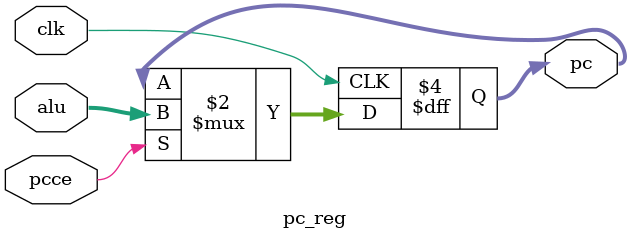
<source format=v>
module pc_reg(clk, pcce, alu, pc); // ´ÙÀ½ ¸í·É¾îÀÇ ÁÖ¼Ò
input clk, pcce;
input [15:0] alu;
output [15:0] pc;
reg [15:0] pc;

always @(negedge clk)
if(pcce)
pc <= alu[15:0];
endmodule
</source>
